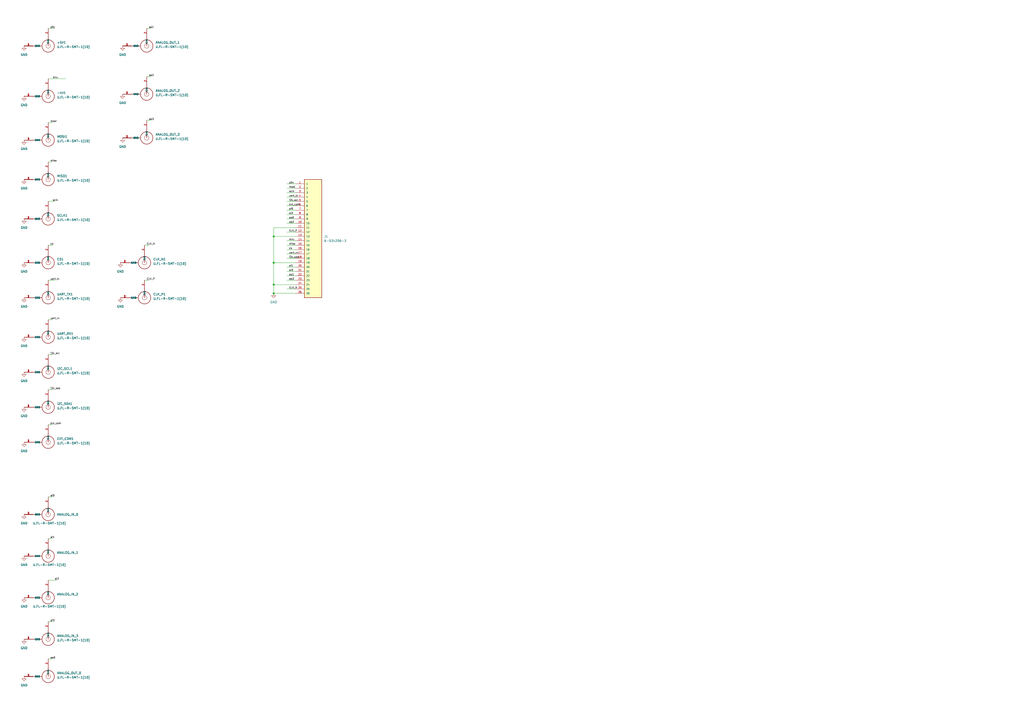
<source format=kicad_sch>
(kicad_sch (version 20211123) (generator eeschema)
  (paper "A2")
  (lib_symbols
    (symbol "6-534206-3:6-534206-3" (pin_names (offset 1.016))
      (property "Reference" "J" (at -5.58 35.56 0))
      (property "Value" "6-534206-3" (at -5.08 -35.56 0))
      (symbol "6-534206-3_0_0"
        (rectangle (start -5.08 -33.02) (end 5.08 35.56) (stroke (width 0.254)) (fill (type background)))
        (pin passive line (at -10.16 33.02 0) (length 5.08) (name "1") (number "1"))
        (pin passive line (at -10.16 10.16 0) (length 5.08) (name "10") (number "10"))
        (pin passive line (at -10.16 7.62 0) (length 5.08) (name "11") (number "11"))
        (pin passive line (at -10.16 5.08 0) (length 5.08) (name "12") (number "12"))
        (pin passive line (at -10.16 2.54 0) (length 5.08) (name "13") (number "13"))
        (pin passive line (at -10.16 0 0) (length 5.08) (name "14") (number "14"))
        (pin passive line (at -10.16 -2.54 0) (length 5.08) (name "15") (number "15"))
        (pin passive line (at -10.16 -5.08 0) (length 5.08) (name "16") (number "16"))
        (pin passive line (at -10.16 -7.62 0) (length 5.08) (name "17") (number "17"))
        (pin passive line (at -10.16 -10.16 0) (length 5.08) (name "18") (number "18"))
        (pin passive line (at -10.16 -12.7 0) (length 5.08) (name "19") (number "19"))
        (pin passive line (at -10.16 30.48 0) (length 5.08) (name "2") (number "2"))
        (pin passive line (at -10.16 -15.24 0) (length 5.08) (name "20") (number "20"))
        (pin passive line (at -10.16 -17.78 0) (length 5.08) (name "21") (number "21"))
        (pin passive line (at -10.16 -20.32 0) (length 5.08) (name "22") (number "22"))
        (pin passive line (at -10.16 -22.86 0) (length 5.08) (name "23") (number "23"))
        (pin passive line (at -10.16 -25.4 0) (length 5.08) (name "24") (number "24"))
        (pin passive line (at -10.16 -27.94 0) (length 5.08) (name "25") (number "25"))
        (pin passive line (at -10.16 -30.48 0) (length 5.08) (name "26") (number "26"))
        (pin passive line (at -10.16 27.94 0) (length 5.08) (name "3") (number "3"))
        (pin passive line (at -10.16 25.4 0) (length 5.08) (name "4") (number "4"))
        (pin passive line (at -10.16 22.86 0) (length 5.08) (name "5") (number "5"))
        (pin passive line (at -10.16 20.32 0) (length 5.08) (name "6") (number "6"))
        (pin passive line (at -10.16 17.78 0) (length 5.08) (name "7") (number "7"))
        (pin passive line (at -10.16 15.24 0) (length 5.08) (name "8") (number "8"))
        (pin passive line (at -10.16 12.7 0) (length 5.08) (name "9") (number "9"))
      )
    )
    (symbol "U.FL-R-SMT-1_10_:U.FL-R-SMT-1(10)" (pin_names (offset 1.016))
      (property "Reference" "J" (at 3.8142 1.2714 0))
      (property "Value" "U.FL-R-SMT-1(10)" (at 3.8143 -2.5429 0))
      (symbol "U.FL-R-SMT-1(10)_0_0"
        (polyline (pts (xy 0 -3.81) (xy 0 -8.89)) (stroke (width 0.254)))
        (polyline (pts (xy 0 0) (xy -5.08 0)) (stroke (width 0.254)))
        (circle (center 0 0) (radius 1.27))
        (circle (center 0 0) (radius 3.5921) (stroke (width 0.254)))
        (pin passive line (at 0 -13.97 90) (length 5.08) (name "GND") (number "1"))
        (pin passive line (at -10.16 0 0) (length 5.08) (name "SIG") (number "2"))
        (pin passive line (at 0 -13.97 90) (length 5.08) (name "GND") (number "3"))
      )
    )
    (symbol "power:GND" (power) (pin_names (offset 0))
      (property "Value" "GND" (at 0 -3.81 0))
      (symbol "GND_0_1"
        (polyline (pts (xy 0 0) (xy 0 -1.27) (xy 1.27 -1.27) (xy 0 -2.54) (xy -1.27 -1.27) (xy 0 -1.27)))
      )
      (symbol "GND_1_1"
        (pin power_in line (at 0 0 270) (length 0) hide (name "GND") (number "1"))
      )
    )
  )
  (junction (at 158.75 152.4))
  (junction (at 158.75 170.18))
  (junction (at 158.75 137.16))
  (junction (at 158.75 165.1))
  (wire (pts (xy 166.37 106.68) (xy 171.45 106.68)))
  (wire (pts (xy 27.94 93.98) (xy 30.48 93.98)))
  (wire (pts (xy 166.37 119.38) (xy 171.45 119.38)))
  (wire (pts (xy 166.37 124.46) (xy 171.45 124.46)))
  (wire (pts (xy 85.09 44.45) (xy 87.63 44.45)))
  (wire (pts (xy 27.94 162.56) (xy 31.75 162.56)))
  (wire (pts (xy 166.37 142.24) (xy 171.45 142.24)))
  (wire (pts (xy 166.37 116.84) (xy 171.45 116.84)))
  (wire (pts (xy 158.75 165.1) (xy 158.75 170.18)))
  (wire (pts (xy 166.37 147.32) (xy 171.45 147.32)))
  (wire (pts (xy 166.37 157.48) (xy 171.45 157.48)))
  (wire (pts (xy 27.94 312.42) (xy 30.48 312.42)))
  (wire (pts (xy 27.94 246.38) (xy 30.48 246.38)))
  (wire (pts (xy 27.94 360.68) (xy 30.48 360.68)))
  (wire (pts (xy 166.37 121.92) (xy 171.45 121.92)))
  (wire (pts (xy 166.37 154.94) (xy 171.45 154.94)))
  (wire (pts (xy 166.37 134.62) (xy 171.45 134.62)))
  (wire (pts (xy 27.94 382.27) (xy 30.48 382.27)))
  (wire (pts (xy 27.94 71.12) (xy 30.48 71.12)))
  (wire (pts (xy 171.45 170.18) (xy 158.75 170.18)))
  (wire (pts (xy 158.75 132.08) (xy 171.45 132.08)))
  (wire (pts (xy 166.37 127) (xy 171.45 127)))
  (wire (pts (xy 166.37 129.54) (xy 171.45 129.54)))
  (wire (pts (xy 27.94 226.06) (xy 30.48 226.06)))
  (wire (pts (xy 166.37 160.02) (xy 171.45 160.02)))
  (wire (pts (xy 27.94 336.55) (xy 33.02 336.55)))
  (wire (pts (xy 27.94 205.74) (xy 30.48 205.74)))
  (wire (pts (xy 158.75 132.08) (xy 158.75 137.16)))
  (wire (pts (xy 85.09 16.51) (xy 87.63 16.51)))
  (wire (pts (xy 27.94 288.29) (xy 30.48 288.29)))
  (wire (pts (xy 83.82 142.24) (xy 86.36 142.24)))
  (wire (pts (xy 166.37 139.7) (xy 171.45 139.7)))
  (wire (pts (xy 158.75 137.16) (xy 158.75 152.4)))
  (wire (pts (xy 83.82 162.56) (xy 86.36 162.56)))
  (wire (pts (xy 27.94 185.42) (xy 30.48 185.42)))
  (wire (pts (xy 166.37 167.64) (xy 171.45 167.64)))
  (wire (pts (xy 166.37 149.86) (xy 171.45 149.86)))
  (wire (pts (xy 158.75 152.4) (xy 158.75 165.1)))
  (wire (pts (xy 27.94 142.24) (xy 30.48 142.24)))
  (wire (pts (xy 85.09 69.85) (xy 87.63 69.85)))
  (wire (pts (xy 166.37 162.56) (xy 171.45 162.56)))
  (wire (pts (xy 166.37 114.3) (xy 171.45 114.3)))
  (wire (pts (xy 27.94 16.51) (xy 31.75 16.51)))
  (wire (pts (xy 158.75 152.4) (xy 171.45 152.4)))
  (wire (pts (xy 158.75 137.16) (xy 171.45 137.16)))
  (wire (pts (xy 31.75 116.84) (xy 27.94 116.84)))
  (wire (pts (xy 166.37 109.22) (xy 171.45 109.22)))
  (wire (pts (xy 166.37 111.76) (xy 171.45 111.76)))
  (wire (pts (xy 27.94 45.72) (xy 38.1 45.72)))
  (wire (pts (xy 166.37 144.78) (xy 171.45 144.78)))
  (wire (pts (xy 158.75 165.1) (xy 171.45 165.1)))
  (label "ai3" (at 29.21 360.68 0) (effects (font (size 1 1))))
  (label "CLK_P" (at 85.09 162.56 0) (effects (font (size 1 1))))
  (label "p5v" (at 29.21 16.51 0) (effects (font (size 1 1))))
  (label "ao0" (at 29.21 382.27 0) (effects (font (size 1 1))))
  (label "ao2" (at 167.64 129.54 0) (effects (font (size 1 1))))
  (label "uart_tx" (at 29.21 162.56 0) (effects (font (size 1 1))))
  (label "ao3" (at 86.36 69.85 0) (effects (font (size 1 1))))
  (label "ai3" (at 167.64 157.48 0) (effects (font (size 1 1))))
  (label "i2c_scl" (at 29.21 205.74 0) (effects (font (size 1 1))))
  (label "ai2" (at 31.75 336.55 0) (effects (font (size 1 1))))
  (label "CLK_P" (at 167.64 134.62 0) (effects (font (size 1 1))))
  (label "sclk" (at 167.64 111.76 0) (effects (font (size 1 1))))
  (label "mosi" (at 167.64 109.22 0) (effects (font (size 1 1))))
  (label "m4v" (at 167.64 139.7 0) (effects (font (size 1 1))))
  (label "ao1" (at 167.64 160.02 0) (effects (font (size 1 1))))
  (label "uart_rx" (at 167.64 147.32 0) (effects (font (size 1 1))))
  (label "cs" (at 29.21 142.24 0) (effects (font (size 1 1))))
  (label "ext_com" (at 167.64 119.38 0) (effects (font (size 1 1))))
  (label "i2c_scl" (at 167.64 116.84 0) (effects (font (size 1 1))))
  (label "ai2" (at 167.64 124.46 0) (effects (font (size 1 1))))
  (label "ao1" (at 86.36 16.51 0) (effects (font (size 1 1))))
  (label "ao3" (at 167.64 162.56 0) (effects (font (size 1 1))))
  (label "ao2" (at 86.36 44.45 0) (effects (font (size 1 1))))
  (label "ao0" (at 167.64 127 0) (effects (font (size 1 1))))
  (label "ai0" (at 29.21 288.29 0) (effects (font (size 1 1))))
  (label "sclk" (at 30.48 116.84 0) (effects (font (size 1 1))))
  (label "i2c_sda" (at 167.64 149.86 0) (effects (font (size 1 1))))
  (label "ext_com" (at 29.21 246.38 0) (effects (font (size 1 1))))
  (label "CLK_N" (at 167.64 167.64 0) (effects (font (size 1 1))))
  (label "CLK_N" (at 85.09 142.24 0) (effects (font (size 1 1))))
  (label "miso" (at 29.21 93.98 0) (effects (font (size 1 1))))
  (label "ai1" (at 29.21 312.42 0) (effects (font (size 1 1))))
  (label "miso" (at 167.64 142.24 0) (effects (font (size 1 1))))
  (label "mosi" (at 29.21 71.12 0) (effects (font (size 1 1))))
  (label "m4v" (at 30.48 45.72 0) (effects (font (size 1 1))))
  (label "uart_rx" (at 29.21 185.42 0) (effects (font (size 1 1))))
  (label "ai0" (at 167.64 121.92 0) (effects (font (size 1 1))))
  (label "ai1" (at 167.64 154.94 0) (effects (font (size 1 1))))
  (label "i2c_sda" (at 29.21 226.06 0) (effects (font (size 1 1))))
  (label "uart_tx" (at 167.64 114.3 0) (effects (font (size 1 1))))
  (label "p5v" (at 167.64 106.68 0) (effects (font (size 1 1))))
  (label "cs" (at 167.64 144.78 0) (effects (font (size 1 1))))
  (symbol (lib_id "U.FL-R-SMT-1_10_:U.FL-R-SMT-1(10)") (at 27.94 256.54 270) (unit 1)
    (property "Reference" "EXT_COM1" (at 33.02 254.5259 90) (effects (justify left)))
    (property "Value" "U.FL-R-SMT-1(10)" (at 33.02 257.0659 90) (effects (justify left)))
    (property "Footprint" "U:HRS_U.FL-R-SMT-1(10)" (effects hide))
    (property "MANUFACTURER" "Hirose Electric Co. Ltd." (effects hide))
  )
  (symbol (lib_id "power:GND") (at 13.97 81.28 0) (unit 1)
    (property "Reference" "#PWR0111" (effects hide))
    (property "Value" "GND" (at 13.97 86.36 0))
  )
  (symbol (lib_id "U.FL-R-SMT-1_10_:U.FL-R-SMT-1(10)") (at 27.94 298.45 270) (unit 1)
    (property "Reference" "ANALOG_IN_0" (at 33.02 298.45 90) (effects (justify left)))
    (property "Value" "U.FL-R-SMT-1(10)" (at 19.05 303.53 90) (effects (justify left)))
    (property "Footprint" "U:HRS_U.FL-R-SMT-1(10)" (effects hide))
    (property "MANUFACTURER" "Hirose Electric Co. Ltd." (effects hide))
  )
  (symbol (lib_id "U.FL-R-SMT-1_10_:U.FL-R-SMT-1(10)") (at 27.94 370.84 270) (unit 1)
    (property "Reference" "ANALOG_IN_3" (at 33.02 368.8259 90) (effects (justify left)))
    (property "Value" "U.FL-R-SMT-1(10)" (at 33.02 371.3659 90) (effects (justify left)))
    (property "Footprint" "U:HRS_U.FL-R-SMT-1(10)" (effects hide))
    (property "MANUFACTURER" "Hirose Electric Co. Ltd." (effects hide))
  )
  (symbol (lib_id "U.FL-R-SMT-1_10_:U.FL-R-SMT-1(10)") (at 27.94 152.4 270) (unit 1)
    (property "Reference" "CS1" (at 33.02 150.3859 90) (effects (justify left)))
    (property "Value" "U.FL-R-SMT-1(10)" (at 33.02 152.9259 90) (effects (justify left)))
    (property "Footprint" "U:HRS_U.FL-R-SMT-1(10)" (effects hide))
    (property "MANUFACTURER" "Hirose Electric Co. Ltd." (effects hide))
  )
  (symbol (lib_id "U.FL-R-SMT-1_10_:U.FL-R-SMT-1(10)") (at 27.94 81.28 270) (unit 1)
    (property "Reference" "MOSI1" (at 33.02 79.2659 90) (effects (justify left)))
    (property "Value" "U.FL-R-SMT-1(10)" (at 33.02 81.8059 90) (effects (justify left)))
    (property "Footprint" "U:HRS_U.FL-R-SMT-1(10)" (effects hide))
    (property "MANUFACTURER" "Hirose Electric Co. Ltd." (effects hide))
  )
  (symbol (lib_id "U.FL-R-SMT-1_10_:U.FL-R-SMT-1(10)") (at 27.94 195.58 270) (unit 1)
    (property "Reference" "UART_RX1" (at 33.02 193.5659 90) (effects (justify left)))
    (property "Value" "U.FL-R-SMT-1(10)" (at 33.02 196.1059 90) (effects (justify left)))
    (property "Footprint" "U:HRS_U.FL-R-SMT-1(10)" (effects hide))
    (property "MANUFACTURER" "Hirose Electric Co. Ltd." (effects hide))
  )
  (symbol (lib_id "power:GND") (at 13.97 104.14 0) (unit 1)
    (property "Reference" "#PWR0116" (effects hide))
    (property "Value" "GND" (at 13.97 109.22 0))
  )
  (symbol (lib_id "U.FL-R-SMT-1_10_:U.FL-R-SMT-1(10)") (at 27.94 346.71 270) (unit 1)
    (property "Reference" "ANALOG_IN_2" (at 33.02 344.6959 90) (effects (justify left)))
    (property "Value" "U.FL-R-SMT-1(10)" (at 19.05 351.79 90) (effects (justify left)))
    (property "Footprint" "U:HRS_U.FL-R-SMT-1(10)" (effects hide))
    (property "MANUFACTURER" "Hirose Electric Co. Ltd." (effects hide))
  )
  (symbol (lib_id "U.FL-R-SMT-1_10_:U.FL-R-SMT-1(10)") (at 27.94 322.58 270) (unit 1)
    (property "Reference" "ANALOG_IN_1" (at 33.02 320.5659 90) (effects (justify left)))
    (property "Value" "U.FL-R-SMT-1(10)" (at 19.05 327.66 90) (effects (justify left)))
    (property "Footprint" "U:HRS_U.FL-R-SMT-1(10)" (effects hide))
    (property "MANUFACTURER" "Hirose Electric Co. Ltd." (effects hide))
  )
  (symbol (lib_id "power:GND") (at 13.97 127 0) (unit 1)
    (property "Reference" "#PWR0115" (effects hide))
    (property "Value" "GND" (at 13.97 132.08 0))
  )
  (symbol (lib_id "U.FL-R-SMT-1_10_:U.FL-R-SMT-1(10)") (at 85.09 26.67 270) (unit 1)
    (property "Reference" "ANALOG_OUT_1" (at 90.17 24.6559 90) (effects (justify left)))
    (property "Value" "U.FL-R-SMT-1(10)" (at 90.17 27.1959 90) (effects (justify left)))
    (property "Footprint" "U:HRS_U.FL-R-SMT-1(10)" (effects hide))
    (property "MANUFACTURER" "Hirose Electric Co. Ltd." (effects hide))
  )
  (symbol (lib_id "U.FL-R-SMT-1_10_:U.FL-R-SMT-1(10)") (at 27.94 104.14 270) (unit 1)
    (property "Reference" "MISO1" (at 33.02 102.1259 90) (effects (justify left)))
    (property "Value" "U.FL-R-SMT-1(10)" (at 33.02 104.6659 90) (effects (justify left)))
    (property "Footprint" "U:HRS_U.FL-R-SMT-1(10)" (effects hide))
    (property "MANUFACTURER" "Hirose Electric Co. Ltd." (effects hide))
  )
  (symbol (lib_id "power:GND") (at 13.97 152.4 0) (unit 1)
    (property "Reference" "#PWR0109" (effects hide))
    (property "Value" "GND" (at 13.97 157.48 0))
  )
  (symbol (lib_id "U.FL-R-SMT-1_10_:U.FL-R-SMT-1(10)") (at 27.94 236.22 270) (unit 1)
    (property "Reference" "I2C_SDA1" (at 33.02 234.2059 90) (effects (justify left)))
    (property "Value" "U.FL-R-SMT-1(10)" (at 33.02 236.7459 90) (effects (justify left)))
    (property "Footprint" "U:HRS_U.FL-R-SMT-1(10)" (effects hide))
    (property "MANUFACTURER" "Hirose Electric Co. Ltd." (effects hide))
  )
  (symbol (lib_id "U.FL-R-SMT-1_10_:U.FL-R-SMT-1(10)") (at 27.94 172.72 270) (unit 1)
    (property "Reference" "UART_TX1" (at 33.02 170.7059 90) (effects (justify left)))
    (property "Value" "U.FL-R-SMT-1(10)" (at 33.02 173.2459 90) (effects (justify left)))
    (property "Footprint" "U:HRS_U.FL-R-SMT-1(10)" (effects hide))
    (property "MANUFACTURER" "Hirose Electric Co. Ltd." (effects hide))
  )
  (symbol (lib_id "power:GND") (at 13.97 370.84 0) (unit 1)
    (property "Reference" "#PWR0102" (effects hide))
    (property "Value" "GND" (at 13.97 375.92 0))
  )
  (symbol (lib_id "U.FL-R-SMT-1_10_:U.FL-R-SMT-1(10)") (at 27.94 26.67 270) (unit 1)
    (property "Reference" "+5V1" (at 33.02 24.6559 90) (effects (justify left)))
    (property "Value" "U.FL-R-SMT-1(10)" (at 33.02 27.1959 90) (effects (justify left)))
    (property "Footprint" "U:HRS_U.FL-R-SMT-1(10)" (effects hide))
    (property "MANUFACTURER" "Hirose Electric Co. Ltd." (effects hide))
  )
  (symbol (lib_id "power:GND") (at 13.97 195.58 0) (unit 1)
    (property "Reference" "#PWR0117" (effects hide))
    (property "Value" "GND" (at 13.97 200.66 0))
  )
  (symbol (lib_id "power:GND") (at 71.12 26.67 0) (unit 1)
    (property "Reference" "#PWR?" (effects hide))
    (property "Value" "GND" (at 71.12 31.75 0))
  )
  (symbol (lib_id "power:GND") (at 13.97 172.72 0) (unit 1)
    (property "Reference" "#PWR0118" (effects hide))
    (property "Value" "GND" (at 13.97 177.8 0))
  )
  (symbol (lib_id "power:GND") (at 71.12 54.61 0) (unit 1)
    (property "Reference" "#PWR?" (effects hide))
    (property "Value" "GND" (at 71.12 59.69 0))
  )
  (symbol (lib_id "U.FL-R-SMT-1_10_:U.FL-R-SMT-1(10)") (at 83.82 152.4 270) (unit 1)
    (property "Reference" "CLK_N1" (at 88.9 150.3859 90) (effects (justify left)))
    (property "Value" "U.FL-R-SMT-1(10)" (at 88.9 152.9259 90) (effects (justify left)))
    (property "Footprint" "U:HRS_U.FL-R-SMT-1(10)" (effects hide))
    (property "MANUFACTURER" "Hirose Electric Co. Ltd." (effects hide))
  )
  (symbol (lib_id "power:GND") (at 71.12 80.01 0) (unit 1)
    (property "Reference" "#PWR?" (effects hide))
    (property "Value" "GND" (at 71.12 85.09 0))
  )
  (symbol (lib_id "power:GND") (at 69.85 172.72 0) (unit 1)
    (property "Reference" "#PWR0113" (effects hide))
    (property "Value" "GND" (at 69.85 177.8 0))
  )
  (symbol (lib_id "U.FL-R-SMT-1_10_:U.FL-R-SMT-1(10)") (at 83.82 172.72 270) (unit 1)
    (property "Reference" "CLK_P1" (at 88.9 170.7059 90) (effects (justify left)))
    (property "Value" "U.FL-R-SMT-1(10)" (at 88.9 173.2459 90) (effects (justify left)))
    (property "Footprint" "U:HRS_U.FL-R-SMT-1(10)" (effects hide))
    (property "MANUFACTURER" "Hirose Electric Co. Ltd." (effects hide))
  )
  (symbol (lib_id "U.FL-R-SMT-1_10_:U.FL-R-SMT-1(10)") (at 27.94 392.43 270) (unit 1)
    (property "Reference" "ANALOG_OUT_0" (at 33.02 390.4159 90) (effects (justify left)))
    (property "Value" "U.FL-R-SMT-1(10)" (at 33.02 392.9559 90) (effects (justify left)))
    (property "Footprint" "U:HRS_U.FL-R-SMT-1(10)" (effects hide))
    (property "MANUFACTURER" "Hirose Electric Co. Ltd." (effects hide))
  )
  (symbol (lib_id "6-534206-3:6-534206-3") (at 181.61 139.7 0) (unit 1)
    (property "Reference" "J1" (at 187.96 137.1599 0) (effects (justify left)))
    (property "Value" "6-534206-3" (at 187.96 139.6999 0) (effects (justify left)))
    (property "Footprint" "TE_6-534206-3" (effects hide))
    (property "Comment" "6-534206-3" (effects hide))
    (property "EU_RoHS_Compliance" "Compliant" (effects hide))
    (property "Product_Type" "Connector" (effects hide))
    (property "Centerline_Pitch" "2.54 mm[.1 in]" (effects hide))
    (property "Number_of_Positions" "26" (effects hide))
  )
  (symbol (lib_id "U.FL-R-SMT-1_10_:U.FL-R-SMT-1(10)") (at 85.09 80.01 270) (unit 1)
    (property "Reference" "ANALOG_OUT_3" (at 90.17 77.9959 90) (effects (justify left)))
    (property "Value" "U.FL-R-SMT-1(10)" (at 90.17 80.5359 90) (effects (justify left)))
    (property "Footprint" "U:HRS_U.FL-R-SMT-1(10)" (effects hide))
    (property "MANUFACTURER" "Hirose Electric Co. Ltd." (effects hide))
  )
  (symbol (lib_id "U.FL-R-SMT-1_10_:U.FL-R-SMT-1(10)") (at 85.09 54.61 270) (unit 1)
    (property "Reference" "ANALOG_OUT_2" (at 90.17 52.5959 90) (effects (justify left)))
    (property "Value" "U.FL-R-SMT-1(10)" (at 90.17 55.1359 90) (effects (justify left)))
    (property "Footprint" "U:HRS_U.FL-R-SMT-1(10)" (effects hide))
    (property "MANUFACTURER" "Hirose Electric Co. Ltd." (effects hide))
  )
  (symbol (lib_id "U.FL-R-SMT-1_10_:U.FL-R-SMT-1(10)") (at 27.94 127 270) (unit 1)
    (property "Reference" "SCLK1" (at 33.02 124.9859 90) (effects (justify left)))
    (property "Value" "U.FL-R-SMT-1(10)" (at 33.02 127.5259 90) (effects (justify left)))
    (property "Footprint" "U:HRS_U.FL-R-SMT-1(10)" (effects hide))
    (property "MANUFACTURER" "Hirose Electric Co. Ltd." (effects hide))
  )
  (symbol (lib_id "power:GND") (at 13.97 322.58 0) (unit 1)
    (property "Reference" "#PWR0104" (effects hide))
    (property "Value" "GND" (at 13.97 327.66 0))
  )
  (symbol (lib_id "power:GND") (at 13.97 256.54 0) (unit 1)
    (property "Reference" "#PWR0107" (effects hide))
    (property "Value" "GND" (at 13.97 261.62 0))
  )
  (symbol (lib_id "power:GND") (at 13.97 55.88 0) (unit 1)
    (property "Reference" "#PWR0110" (effects hide))
    (property "Value" "GND" (at 13.97 60.96 0))
  )
  (symbol (lib_id "power:GND") (at 69.85 152.4 0) (unit 1)
    (property "Reference" "#PWR0112" (effects hide))
    (property "Value" "GND" (at 69.85 157.48 0))
  )
  (symbol (lib_id "U.FL-R-SMT-1_10_:U.FL-R-SMT-1(10)") (at 27.94 55.88 270) (unit 1)
    (property "Reference" "-4V1" (at 33.02 53.8659 90) (effects (justify left)))
    (property "Value" "U.FL-R-SMT-1(10)" (at 33.02 56.4059 90) (effects (justify left)))
    (property "Footprint" "U:HRS_U.FL-R-SMT-1(10)" (effects hide))
    (property "MANUFACTURER" "Hirose Electric Co. Ltd." (effects hide))
  )
  (symbol (lib_id "U.FL-R-SMT-1_10_:U.FL-R-SMT-1(10)") (at 27.94 215.9 270) (unit 1)
    (property "Reference" "I2C_SCL1" (at 33.02 213.8859 90) (effects (justify left)))
    (property "Value" "U.FL-R-SMT-1(10)" (at 33.02 216.4259 90) (effects (justify left)))
    (property "Footprint" "U:HRS_U.FL-R-SMT-1(10)" (effects hide))
    (property "MANUFACTURER" "Hirose Electric Co. Ltd." (effects hide))
  )
  (symbol (lib_id "power:GND") (at 13.97 298.45 0) (unit 1)
    (property "Reference" "#PWR0105" (effects hide))
    (property "Value" "GND" (at 13.97 303.53 0))
  )
  (symbol (lib_id "power:GND") (at 13.97 215.9 0) (unit 1)
    (property "Reference" "#PWR0108" (effects hide))
    (property "Value" "GND" (at 13.97 220.98 0))
  )
  (symbol (lib_id "power:GND") (at 13.97 236.22 0) (unit 1)
    (property "Reference" "#PWR0106" (effects hide))
    (property "Value" "GND" (at 13.97 241.3 0))
  )
  (symbol (lib_id "power:GND") (at 13.97 346.71 0) (unit 1)
    (property "Reference" "#PWR0103" (effects hide))
    (property "Value" "GND" (at 13.97 351.79 0))
  )
  (symbol (lib_id "power:GND") (at 13.97 392.43 0) (unit 1)
    (property "Reference" "#PWR0101" (effects hide))
    (property "Value" "GND" (at 13.97 397.51 0))
  )
  (symbol (lib_id "power:GND") (at 158.75 170.18 0) (unit 1)
    (property "Reference" "#PWR0119" (effects hide))
    (property "Value" "GND" (at 158.75 175.26 0))
  )
  (symbol (lib_id "power:GND") (at 13.97 26.67 0) (unit 1)
    (property "Reference" "#PWR0114" (effects hide))
    (property "Value" "GND" (at 13.97 31.75 0))
  )
)
</source>
